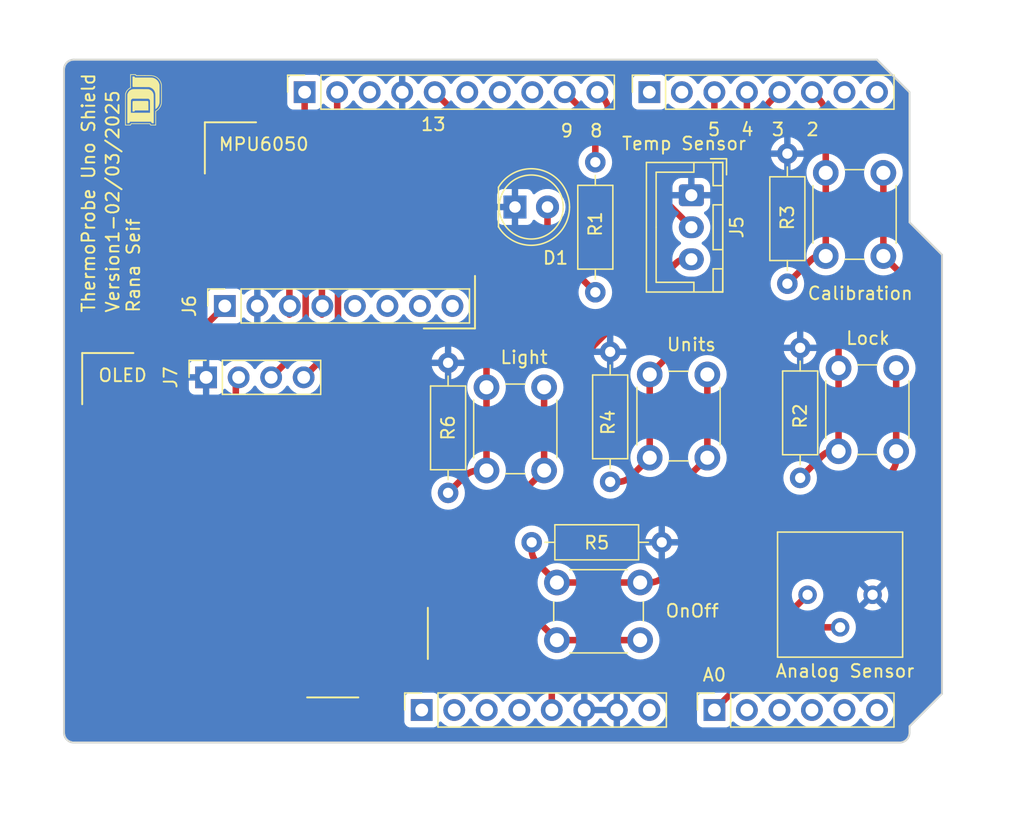
<source format=kicad_pcb>
(kicad_pcb (version 20240108) (generator "pcbnew") (generator_version "8.0")
  (title_block (date "mar. 31 mars 2015"))
  (layers (0 "F.Cu" signal) (31 "B.Cu" signal) (34 "B.Paste" user) (35 "F.Paste" user) (36 "B.SilkS" user "B.Silkscreen") (37 "F.SilkS" user "F.Silkscreen") (38 "B.Mask" user) (39 "F.Mask" user) (44 "Edge.Cuts" user))
  (net 0 "")
  (net 1 "GND")
  (net 3 "+5V")
  (net 4 "/IOREF")
  (net 5 "Net-(D1-A)")
  (net 6 "/A1")
  (net 7 "/A2")
  (net 8 "/A3")
  (net 9 "/SDA{slash}A4")
  (net 10 "/SCL{slash}A5")
  (net 11 "/12")
  (net 12 "/AREF")
  (net 13 "/Temp_Sensor")
  (net 14 "/7")
  (net 15 "/*11")
  (net 16 "/*10")
  (net 17 "/LED_Backlight")
  (net 18 "/Temp_POT")
  (net 19 "/Button_OnOff")
  (net 20 "/Button_Lock")
  (net 21 "/TX{slash}1")
  (net 22 "/Button_Units")
  (net 23 "/RX{slash}0")
  (net 24 "+3V3")
  (net 25 "VCC")
  (net 26 "/~{RESET}")
  (net 27 "/I2C_SCL")
  (net 28 "/I2C_SDA")
  (net 33 "/Button_Cal")
  (net 34 "/Button_Light")
  (footprint "Connector_PinSocket_2.54mm:PinSocket_1x08_P2.54mm_Vertical" (layer "F.Cu") (at 127.94 97.46 90)
    (property "Reference" "J1" (hide yes))
    (property "Value" "Power")
    (pad "1" thru_hole rect (at 0 0 90) (size 1.7 1.7) (drill 1) (layers "*.Cu" "*.Mask"))
    (pad "2" thru_hole oval (at 0 2.54 90) (size 1.7 1.7) (drill 1) (layers "*.Cu" "*.Mask") (net 4 "/IOREF"))
    (pad "3" thru_hole oval (at 0 5.08 90) (size 1.7 1.7) (drill 1) (layers "*.Cu" "*.Mask") (net 26 "/~{RESET}"))
    (pad "4" thru_hole oval (at 0 7.62 90) (size 1.7 1.7) (drill 1) (layers "*.Cu" "*.Mask") (net 24 "+3V3"))
    (pad "5" thru_hole oval (at 0 10.16 90) (size 1.7 1.7) (drill 1) (layers "*.Cu" "*.Mask") (net 3 "+5V"))
    (pad "6" thru_hole oval (at 0 12.7 90) (size 1.7 1.7) (drill 1) (layers "*.Cu" "*.Mask") (net 1 "GND"))
    (pad "7" thru_hole oval (at 0 15.24 90) (size 1.7 1.7) (drill 1) (layers "*.Cu" "*.Mask") (net 1 "GND"))
    (pad "8" thru_hole oval (at 0 17.78 90) (size 1.7 1.7) (drill 1) (layers "*.Cu" "*.Mask") (net 25 "VCC"))
  )
  (footprint "Connector_PinSocket_2.54mm:PinSocket_1x06_P2.54mm_Vertical" (layer "F.Cu") (at 150.8 97.46 90)
    (property "Reference" "J3" (hide yes))
    (property "Value" "Analog")
    (pad "1" thru_hole rect (at 0 0 90) (size 1.7 1.7) (drill 1) (layers "*.Cu" "*.Mask") (net 18 "/Temp_POT"))
    (pad "2" thru_hole oval (at 0 2.54 90) (size 1.7 1.7) (drill 1) (layers "*.Cu" "*.Mask") (net 6 "/A1"))
    (pad "3" thru_hole oval (at 0 5.08 90) (size 1.7 1.7) (drill 1) (layers "*.Cu" "*.Mask") (net 7 "/A2"))
    (pad "4" thru_hole oval (at 0 7.62 90) (size 1.7 1.7) (drill 1) (layers "*.Cu" "*.Mask") (net 8 "/A3"))
    (pad "5" thru_hole oval (at 0 10.16 90) (size 1.7 1.7) (drill 1) (layers "*.Cu" "*.Mask") (net 9 "/SDA{slash}A4"))
    (pad "6" thru_hole oval (at 0 12.7 90) (size 1.7 1.7) (drill 1) (layers "*.Cu" "*.Mask") (net 10 "/SCL{slash}A5"))
  )
  (footprint "Connector_PinSocket_2.54mm:PinSocket_1x10_P2.54mm_Vertical" (layer "F.Cu") (at 118.796 49.2 90)
    (property "Reference" "J2" (hide yes))
    (property "Value" "Digital/PWM")
    (pad "1" thru_hole rect (at 0 0 90) (size 1.7 1.7) (drill 1) (layers "*.Cu" "*.Mask") (net 27 "/I2C_SCL"))
    (pad "2" thru_hole oval (at 0 2.54 90) (size 1.7 1.7) (drill 1) (layers "*.Cu" "*.Mask") (net 28 "/I2C_SDA"))
    (pad "3" thru_hole oval (at 0 5.08 90) (size 1.7 1.7) (drill 1) (layers "*.Cu" "*.Mask") (net 12 "/AREF"))
    (pad "4" thru_hole oval (at 0 7.62 90) (size 1.7 1.7) (drill 1) (layers "*.Cu" "*.Mask") (net 1 "GND"))
    (pad "5" thru_hole oval (at 0 10.16 90) (size 1.7 1.7) (drill 1) (layers "*.Cu" "*.Mask") (net 34 "/Button_Light"))
    (pad "6" thru_hole oval (at 0 12.7 90) (size 1.7 1.7) (drill 1) (layers "*.Cu" "*.Mask") (net 11 "/12"))
    (pad "7" thru_hole oval (at 0 15.24 90) (size 1.7 1.7) (drill 1) (layers "*.Cu" "*.Mask") (net 15 "/*11"))
    (pad "8" thru_hole oval (at 0 17.78 90) (size 1.7 1.7) (drill 1) (layers "*.Cu" "*.Mask") (net 16 "/*10"))
    (pad "9" thru_hole oval (at 0 20.32 90) (size 1.7 1.7) (drill 1) (layers "*.Cu" "*.Mask") (net 17 "/LED_Backlight"))
    (pad "10" thru_hole oval (at 0 22.86 90) (size 1.7 1.7) (drill 1) (layers "*.Cu" "*.Mask") (net 13 "/Temp_Sensor"))
  )
  (footprint "Connector_PinSocket_2.54mm:PinSocket_1x08_P2.54mm_Vertical" (layer "F.Cu") (at 145.72 49.2 90)
    (property "Reference" "J4" (hide yes))
    (property "Value" "Digital/PWM")
    (pad "1" thru_hole rect (at 0 0 90) (size 1.7 1.7) (drill 1) (layers "*.Cu" "*.Mask") (net 14 "/7"))
    (pad "2" thru_hole oval (at 0 2.54 90) (size 1.7 1.7) (drill 1) (layers "*.Cu" "*.Mask"))
    (pad "3" thru_hole oval (at 0 5.08 90) (size 1.7 1.7) (drill 1) (layers "*.Cu" "*.Mask") (net 22 "/Button_Units"))
    (pad "4" thru_hole oval (at 0 7.62 90) (size 1.7 1.7) (drill 1) (layers "*.Cu" "*.Mask") (net 19 "/Button_OnOff"))
    (pad "5" thru_hole oval (at 0 10.16 90) (size 1.7 1.7) (drill 1) (layers "*.Cu" "*.Mask") (net 20 "/Button_Lock"))
    (pad "6" thru_hole oval (at 0 12.7 90) (size 1.7 1.7) (drill 1) (layers "*.Cu" "*.Mask") (net 33 "/Button_Cal"))
    (pad "7" thru_hole oval (at 0 15.24 90) (size 1.7 1.7) (drill 1) (layers "*.Cu" "*.Mask") (net 21 "/TX{slash}1"))
    (pad "8" thru_hole oval (at 0 17.78 90) (size 1.7 1.7) (drill 1) (layers "*.Cu" "*.Mask") (net 23 "/RX{slash}0"))
  )
  (footprint "Resistor_THT:R_Axial_DIN0207_L6.3mm_D2.5mm_P10.16mm_Horizontal" (layer "F.Cu") (at 130 80.5 90)
    (property "Reference" "R6" (at 5.08 0 90) (layer "F.SilkS"))
    (property "Value" "100k")
    (pad "1" thru_hole circle (at 0 0 90) (size 1.6 1.6) (drill 0.8) (layers "*.Cu" "*.Mask") (net 34 "/Button_Light"))
    (pad "2" thru_hole oval (at 10.16 0 90) (size 1.6 1.6) (drill 0.8) (layers "*.Cu" "*.Mask") (net 1 "GND"))
  )
  (footprint "Button_Switch_THT:SW_PUSH_6mm" (layer "F.Cu") (at 138.5 87.5)
    (property "Reference" "SW4" (hide yes))
    (property "Value" "SW_SPST" (hide yes))
    (pad "1" thru_hole circle (at 0 0 90) (size 2 2) (drill 1.1) (layers "*.Cu" "*.Mask") (net 19 "/Button_OnOff"))
    (pad "1" thru_hole circle (at 6.5 0 90) (size 2 2) (drill 1.1) (layers "*.Cu" "*.Mask") (net 19 "/Button_OnOff"))
    (pad "2" thru_hole circle (at 0 4.5 90) (size 2 2) (drill 1.1) (layers "*.Cu" "*.Mask") (net 3 "+5V"))
    (pad "2" thru_hole circle (at 6.5 4.5 90) (size 2 2) (drill 1.1) (layers "*.Cu" "*.Mask") (net 3 "+5V"))
  )
  (footprint "Resistor_THT:R_Axial_DIN0207_L6.3mm_D2.5mm_P10.16mm_Horizontal" (layer "F.Cu") (at 136.53 84.36)
    (property "Reference" "R5" (at 5.08 0.04 0) (layer "F.SilkS"))
    (property "Value" "100k")
    (pad "1" thru_hole circle (at 0 0) (size 1.6 1.6) (drill 0.8) (layers "*.Cu" "*.Mask") (net 19 "/Button_OnOff"))
    (pad "2" thru_hole oval (at 10.16 0) (size 1.6 1.6) (drill 0.8) (layers "*.Cu" "*.Mask") (net 1 "GND"))
  )
  (footprint "LOGO" (layer "F.Cu") (at 106.2 49.8 90)
    (property "Reference" "G***" (hide yes))
    (property "Value" "LOGO" (hide yes))
  )
  (footprint "Connector_JST:JST_XH_B3B-XH-A_1x03_P2.50mm_Vertical" (layer "F.Cu") (at 149 57.25 -90)
    (property "Reference" "J5" (at 2.5 -3.55 90) (layer "F.SilkS"))
    (property "Value" "Conn_Temp")
    (pad "1" thru_hole roundrect (at 0 0 270) (size 1.7 1.95) (drill 0.95) (layers "*.Cu" "*.Mask") (roundrect_rratio 0.147059) (net 1 "GND"))
    (pad "2" thru_hole oval (at 2.5 0 270) (size 1.7 1.95) (drill 0.95) (layers "*.Cu" "*.Mask") (net 13 "/Temp_Sensor"))
    (pad "3" thru_hole oval (at 5 0 270) (size 1.7 1.95) (drill 0.95) (layers "*.Cu" "*.Mask") (net 3 "+5V"))
  )
  (footprint "Resistor_THT:R_Axial_DIN0207_L6.3mm_D2.5mm_P10.16mm_Horizontal" (layer "F.Cu") (at 157.5 79.33 90)
    (property "Reference" "R2" (at 4.83 0 90) (layer "F.SilkS"))
    (property "Value" "100k")
    (pad "1" thru_hole circle (at 0 0 90) (size 1.6 1.6) (drill 0.8) (layers "*.Cu" "*.Mask") (net 20 "/Button_Lock"))
    (pad "2" thru_hole oval (at 10.16 0 90) (size 1.6 1.6) (drill 0.8) (layers "*.Cu" "*.Mask") (net 1 "GND"))
  )
  (footprint "Resistor_THT:R_Axial_DIN0207_L6.3mm_D2.5mm_P10.16mm_Horizontal" (layer "F.Cu") (at 142.66 79.64 90)
    (property "Reference" "R4" (at 4.64 -0.16 90) (layer "F.SilkS"))
    (property "Value" "100k")
    (pad "1" thru_hole circle (at 0 0 90) (size 1.6 1.6) (drill 0.8) (layers "*.Cu" "*.Mask") (net 22 "/Button_Units"))
    (pad "2" thru_hole oval (at 10.16 0 90) (size 1.6 1.6) (drill 0.8) (layers "*.Cu" "*.Mask") (net 1 "GND"))
  )
  (footprint "Resistor_THT:R_Axial_DIN0207_L6.3mm_D2.5mm_P10.16mm_Horizontal" (layer "F.Cu") (at 141.5 54.67 -90)
    (property "Reference" "R1" (at 4.83 0 90) (layer "F.SilkS"))
    (property "Value" "1k")
    (pad "1" thru_hole circle (at 0 0 270) (size 1.6 1.6) (drill 0.8) (layers "*.Cu" "*.Mask") (net 17 "/LED_Backlight"))
    (pad "2" thru_hole oval (at 10.16 0 270) (size 1.6 1.6) (drill 0.8) (layers "*.Cu" "*.Mask") (net 5 "Net-(D1-A)"))
  )
  (footprint "LED_THT:LED_D5.0mm" (layer "F.Cu") (at 135.225 58.17)
    (property "Reference" "D1" (at 3.165938 3.977071 0) (layer "F.SilkS"))
    (property "Value" "LED")
    (pad "1" thru_hole rect (at 0 0) (size 1.8 1.8) (drill 0.9) (layers "*.Cu" "*.Mask") (net 1 "GND"))
    (pad "2" thru_hole circle (at 2.54 0) (size 1.8 1.8) (drill 0.9) (layers "*.Cu" "*.Mask") (net 5 "Net-(D1-A)"))
  )
  (footprint "Connector_PinSocket_2.54mm:PinSocket_1x08_P2.54mm_Vertical" (layer "F.Cu") (at 112.56 65.9 90)
    (property "Reference" "J6" (at 0 -2.77 90) (layer "F.SilkS"))
    (property "Value" "Conn_Gyro")
    (pad "1" thru_hole rect (at 0 0 90) (size 1.7 1.7) (drill 1) (layers "*.Cu" "*.Mask") (net 3 "+5V"))
    (pad "2" thru_hole oval (at 0 2.54 90) (size 1.7 1.7) (drill 1) (layers "*.Cu" "*.Mask") (net 1 "GND"))
    (pad "3" thru_hole oval (at 0 5.08 90) (size 1.7 1.7) (drill 1) (layers "*.Cu" "*.Mask") (net 27 "/I2C_SCL"))
    (pad "4" thru_hole oval (at 0 7.62 90) (size 1.7 1.7) (drill 1) (layers "*.Cu" "*.Mask") (net 28 "/I2C_SDA"))
    (pad "5" thru_hole oval (at 0 10.16 90) (size 1.7 1.7) (drill 1) (layers "*.Cu" "*.Mask"))
    (pad "6" thru_hole oval (at 0 12.7 90) (size 1.7 1.7) (drill 1) (layers "*.Cu" "*.Mask"))
    (pad "7" thru_hole oval (at 0 15.24 90) (size 1.7 1.7) (drill 1) (layers "*.Cu" "*.Mask"))
    (pad "8" thru_hole oval (at 0 17.78 90) (size 1.7 1.7) (drill 1) (layers "*.Cu" "*.Mask"))
  )
  (footprint "Resistor_THT:R_Axial_DIN0207_L6.3mm_D2.5mm_P10.16mm_Horizontal" (layer "F.Cu") (at 156.5 64.16 90)
    (property "Reference" "R3" (at 5.16 0 90) (layer "F.SilkS"))
    (property "Value" "100k")
    (pad "1" thru_hole circle (at 0 0 90) (size 1.6 1.6) (drill 0.8) (layers "*.Cu" "*.Mask") (net 33 "/Button_Cal"))
    (pad "2" thru_hole oval (at 10.16 0 90) (size 1.6 1.6) (drill 0.8) (layers "*.Cu" "*.Mask") (net 1 "GND"))
  )
  (footprint "Button_Switch_THT:SW_PUSH_6mm" (layer "F.Cu") (at 159.5 62 90)
    (property "Reference" "SW2" (hide yes))
    (property "Value" "SW_SPST" (hide yes))
    (pad "1" thru_hole circle (at 0 0 180) (size 2 2) (drill 1.1) (layers "*.Cu" "*.Mask") (net 33 "/Button_Cal"))
    (pad "1" thru_hole circle (at 6.5 0 180) (size 2 2) (drill 1.1) (layers "*.Cu" "*.Mask") (net 33 "/Button_Cal"))
    (pad "2" thru_hole circle (at 0 4.5 180) (size 2 2) (drill 1.1) (layers "*.Cu" "*.Mask") (net 3 "+5V"))
    (pad "2" thru_hole circle (at 6.5 4.5 180) (size 2 2) (drill 1.1) (layers "*.Cu" "*.Mask") (net 3 "+5V"))
  )
  (footprint "Button_Switch_THT:SW_PUSH_6mm" (layer "F.Cu") (at 133 78.75 90)
    (property "Reference" "SW5" (hide yes))
    (property "Value" "SW_SPST" (hide yes))
    (pad "1" thru_hole circle (at 0 0 180) (size 2 2) (drill 1.1) (layers "*.Cu" "*.Mask") (net 34 "/Button_Light"))
    (pad "1" thru_hole circle (at 6.5 0 180) (size 2 2) (drill 1.1) (layers "*.Cu" "*.Mask") (net 34 "/Button_Light"))
    (pad "2" thru_hole circle (at 0 4.5 180) (size 2 2) (drill 1.1) (layers "*.Cu" "*.Mask") (net 3 "+5V"))
    (pad "2" thru_hole circle (at 6.5 4.5 180) (size 2 2) (drill 1.1) (layers "*.Cu" "*.Mask") (net 3 "+5V"))
  )
  (footprint "Button_Switch_THT:SW_PUSH_6mm" (layer "F.Cu") (at 145.75 77.75 90)
    (property "Reference" "SW3" (hide yes))
    (property "Value" "SW_SPST" (hide yes))
    (pad "1" thru_hole circle (at 0 0 180) (size 2 2) (drill 1.1) (layers "*.Cu" "*.Mask") (net 22 "/Button_Units"))
    (pad "1" thru_hole circle (at 6.5 0 180) (size 2 2) (drill 1.1) (layers "*.Cu" "*.Mask") (net 22 "/Button_Units"))
    (pad "2" thru_hole circle (at 0 4.5 180) (size 2 2) (drill 1.1) (layers "*.Cu" "*.Mask") (net 3 "+5V"))
    (pad "2" thru_hole circle (at 6.5 4.5 180) (size 2 2) (drill 1.1) (layers "*.Cu" "*.Mask") (net 3 "+5V"))
  )
  (footprint "Button_Switch_THT:SW_PUSH_6mm" (layer "F.Cu") (at 160.5 77.25 90)
    (property "Reference" "SW1" (hide yes))
    (property "Value" "SW_SPST" (hide yes))
    (pad "1" thru_hole circle (at 0 0 180) (size 2 2) (drill 1.1) (layers "*.Cu" "*.Mask") (net 20 "/Button_Lock"))
    (pad "1" thru_hole circle (at 6.5 0 180) (size 2 2) (drill 1.1) (layers "*.Cu" "*.Mask") (net 20 "/Button_Lock"))
    (pad "2" thru_hole circle (at 0 4.5 180) (size 2 2) (drill 1.1) (layers "*.Cu" "*.Mask") (net 3 "+5V"))
    (pad "2" thru_hole circle (at 6.5 4.5 180) (size 2 2) (drill 1.1) (layers "*.Cu" "*.Mask") (net 3 "+5V"))
  )
  (footprint "Connector_PinSocket_2.54mm:PinSocket_1x04_P2.54mm_Vertical" (layer "F.Cu") (at 111.1 71.475 90)
    (property "Reference" "J7" (at 0 -2.77 90) (layer "F.SilkS"))
    (property "Value" "Conn_Display")
    (pad "1" thru_hole rect (at 0 0 90) (size 1.7 1.7) (drill 1) (layers "*.Cu" "*.Mask") (net 1 "GND"))
    (pad "2" thru_hole oval (at 0 2.54 90) (size 1.7 1.7) (drill 1) (layers "*.Cu" "*.Mask") (net 3 "+5V"))
    (pad "3" thru_hole oval (at 0 5.08 90) (size 1.7 1.7) (drill 1) (layers "*.Cu" "*.Mask") (net 27 "/I2C_SCL"))
    (pad "4" thru_hole oval (at 0 7.62 90) (size 1.7 1.7) (drill 1) (layers "*.Cu" "*.Mask") (net 28 "/I2C_SDA"))
  )
  (footprint "Potentiometer_THT:Potentiometer_Bourns_3386P_Vertical" (layer "F.Cu") (at 158.08 88.46 -90)
    (property "Reference" "RV1" (hide yes))
    (property "Value" "10k")
    (pad "1" thru_hole circle (at 0 0 270) (size 1.44 1.44) (drill 0.8) (layers "*.Cu" "*.Mask") (net 3 "+5V"))
    (pad "2" thru_hole circle (at 2.54 -2.54 270) (size 1.44 1.44) (drill 0.8) (layers "*.Cu" "*.Mask") (net 18 "/Temp_POT"))
    (pad "3" thru_hole circle (at 0 -5.08 270) (size 1.44 1.44) (drill 0.8) (layers "*.Cu" "*.Mask") (net 1 "GND"))
  )
  (gr_line (start 101.42 69.575) (end 105.42 69.575) (stroke (width 0.15)) (layer "F.SilkS"))
  (gr_line (start 111.00175 51.5535) (end 111.00175 55.5535) (stroke (width 0.15)) (layer "F.SilkS"))
  (gr_line (start 132.10175 67.6535) (end 132.10175 63.5535) (stroke (width 0.15)) (layer "F.SilkS"))
  (gr_line (start 128.42 93.475) (end 128.42 89.475) (stroke (width 0.15)) (layer "F.SilkS"))
  (gr_line (start 132.10175 67.6535) (end 128.10175 67.6535) (stroke (width 0.15)) (layer "F.SilkS"))
  (gr_line (start 101.42 69.575) (end 101.42 73.575) (stroke (width 0.15)) (layer "F.SilkS"))
  (gr_line (start 118.99 96.475) (end 122.99 96.475) (stroke (width 0.15)) (layer "F.SilkS"))
  (gr_line (start 111.00175 51.5535) (end 115.00175 51.5535) (stroke (width 0.15)) (layer "F.SilkS"))
  (gr_line (start 166.04 59.36) (end 168.58 61.9) (stroke (width 0.15)) (layer "Edge.Cuts"))
  (gr_line (start 100 99.238) (end 100 47.422) (stroke (width 0.15)) (layer "Edge.Cuts"))
  (gr_line (start 168.58 61.9) (end 168.58 96.19) (stroke (width 0.15)) (layer "Edge.Cuts"))
  (gr_line (start 165.278 100) (end 100.762 100) (stroke (width 0.15)) (layer "Edge.Cuts"))
  (gr_line (start 100.762 46.66) (end 163.5 46.66) (stroke (width 0.15)) (layer "Edge.Cuts"))
  (gr_arc (start 100.762 100) (mid 100.223185 99.776815) (end 100 99.238) (stroke (width 0.15)) (layer "Edge.Cuts"))
  (gr_line (start 168.58 96.19) (end 166.04 98.73) (stroke (width 0.15)) (layer "Edge.Cuts"))
  (gr_line (start 163.5 46.66) (end 166.04 49.2) (stroke (width 0.15)) (layer "Edge.Cuts"))
  (gr_arc (start 166.04 99.238) (mid 165.816815 99.776815) (end 165.278 100) (stroke (width 0.15)) (layer "Edge.Cuts"))
  (gr_line (start 166.04 49.2) (end 166.04 59.36) (stroke (width 0.15)) (layer "Edge.Cuts"))
  (gr_line (start 166.04 98.73) (end 166.04 99.238) (stroke (width 0.15)) (layer "Edge.Cuts"))
  (gr_arc (start 100 47.422) (mid 100.223185 46.883185) (end 100.762 46.66) (stroke (width 0.15)) (layer "Edge.Cuts"))
  (gr_text "OnOff" (at 146.9 90.3 0) (layer "F.SilkS") (effects (font (size 1 1)) (justify left bottom)))
  (gr_text "Temp Sensor" (at 143.5 53.8 0) (layer "F.SilkS") (effects (font (size 1 1)) (justify left bottom)))
  (gr_text "5" (at 150.2 52.7 0) (layer "F.SilkS") (effects (font (size 1 1)) (justify left bottom)))
  (gr_text "Analog Sensor" (at 155.5 95 0) (layer "F.SilkS") (effects (font (size 1 1)) (justify left bottom)))
  (gr_text "9" (at 138.7 52.8 0) (layer "F.SilkS") (effects (font (size 1 1)) (justify left bottom)))
  (gr_text "8" (at 141 52.8 0) (layer "F.SilkS") (effects (font (size 1 1)) (justify left bottom)))
  (gr_text "A0" (at 149.8 95.3 0) (layer "F.SilkS") (effects (font (size 1 1)) (justify left bottom)))
  (gr_text "Units" (at 147 69.5 0) (layer "F.SilkS") (effects (font (size 1 1)) (justify left bottom)))
  (gr_text "2" (at 157.9 52.7 0) (layer "F.SilkS") (effects (font (size 1 1)) (justify left bottom)))
  (gr_text "Light" (at 134 70.5 0) (layer "F.SilkS") (effects (font (size 1 1)) (justify left bottom)))
  (gr_text "3" (at 155.2 52.7 0) (layer "F.SilkS") (effects (font (size 1 1)) (justify left bottom)))
  (gr_text "Calibration" (at 158 65.5 0) (layer "F.SilkS") (effects (font (size 1 1)) (justify left bottom)))
  (gr_text "MPU6050" (at 112.00175 53.8535 0) (layer "F.SilkS") (effects (font (size 1 1)) (justify left bottom)))
  (gr_text "4" (at 152.8 52.7 0) (layer "F.SilkS") (effects (font (size 1 1)) (justify left bottom)))
  (gr_text "ThermoProbe Uno Shield" (at 102.5 66.5 90) (layer "F.SilkS") (effects (font (size 1 1)) (justify left bottom)))
  (gr_text "OLED" (at 102.6 71.9 0) (layer "F.SilkS") (effects (font (size 1 1)) (justify left bottom)))
  (gr_text "Lock" (at 161 69 0) (layer "F.SilkS") (effects (font (size 1 1)) (justify left bottom)))
  (gr_text "Version1-02/03/2025\nRana Seif" (at 106 66.5 90) (layer "F.SilkS") (effects (font (size 1 1)) (justify left bottom)))
  (gr_text "13" (at 127.8 52.3 0) (layer "F.SilkS") (effects (font (size 1 1)) (justify left bottom)))
  (segment (start 159.880086 82) (end 165.292893 82) (width 0.508) (layer "F.Cu") (net 3))
  (segment (start 129.125 86.5) (end 127.875 86.5) (width 0.508) (layer "F.Cu") (net 3))
  (segment (start 151.5 88.753963) (end 151.5 90.104953) (width 0.508) (layer "F.Cu") (net 3))
  (segment (start 144.371036 81.375) (end 136.585786 81.375) (width 0.508) (layer "F.Cu") (net 3))
  (segment (start 137.5 78.75) (end 133.770145 82.479854) (width 0.508) (layer "F.Cu") (net 3))
  (segment (start 137.5 78.75) (end 137.5 72.25) (width 0.508) (layer "F.Cu") (net 3))
  (segment (start 133.770145 82.479854) (end 132.65533 83.594669) (width 0.508) (layer "F.Cu") (net 3))
  (segment (start 113.42 76.266982) (end 113.42 76.533018) (width 0.508) (layer "F.Cu") (net 3))
  (segment (start 139.499827 94.68) (end 148.66 94.68) (width 0.508) (layer "F.Cu") (net 3))
  (segment (start 148.218792 79.781207) (end 150.25 77.75) (width 0.508) (layer "F.Cu") (net 3))
  (segment (start 113.42 76.266982) (end 113.42 70.9) (width 0.508) (layer "F.Cu") (net 3))
  (segment (start 115.013792 80.513792) (end 119.939339 85.439339) (width 0.508) (layer "F.Cu") (net 3))
  (segment (start 138.5 92) (end 145 92) (width 0.508) (layer "F.Cu") (net 3))
  (segment (start 130.469669 88.469669) (end 128.941941 86.941941) (width 0.508) (layer "F.Cu") (net 3))
  (segment (start 125.645 86.5) (end 126.285 86.5) (width 0.508) (layer "F.Cu") (net 3))
  (segment (start 112.66 74.86) (end 113.144228 75.344228) (width 0.508) (layer "F.Cu") (net 3))
  (segment (start 138.509999 95.089999) (end 138.418198 95.181801) (width 0.508) (layer "F.Cu") (net 3))
  (segment (start 138.1 95.95) (end 138.1 95.05) (width 0.508) (layer "F.Cu") (net 3))
  (segment (start 164 62) (end 165.5 63.5) (width 0.508) (layer "F.Cu") (net 3))
  (segment (start 140 77.960786) (end 140 72.620539) (width 0.508) (layer "F.Cu") (net 3))
  (segment (start 132.65533 86.15533) (end 138.5 92) (width 0.508) (layer "F.Cu") (net 3))
  (segment (start 137.781801 94.281801) (end 133.03033 89.53033) (width 0.508) (layer "F.Cu") (net 3))
  (segment (start 150.18 94.68) (end 148.66 94.68) (width 0.508) (layer "F.Cu") (net 3))
  (segment (start 125.645 86.5) (end 125.215 86.5) (width 0.508) (layer "F.Cu") (net 3))
  (segment (start 136.4375 81.375) (end 136.585786 81.375) (width 0.508) (layer "F.Cu") (net 3))
  (segment (start 141.593792 68.772783) (end 147.804238 62.562337) (width 0.508) (layer "F.Cu") (net 3))
  (segment (start 113.42 76.666036) (end 113.42 76.533018) (width 0.508) (layer "F.Cu") (net 3))
  (segment (start 126.855 86.5) (end 127.14 86.5) (width 0.508) (layer "F.Cu") (net 3))
  (segment (start 153.093792 84.906207) (end 154.406206 83.593792) (width 0.508) (layer "F.Cu") (net 3))
  (segment (start 159.880086 82) (end 158.253963 82) (width 0.508) (layer "F.Cu") (net 3))
  (segment (start 130.191941 86.058058) (end 131.594669 84.65533) (width 0.508) (layer "F.Cu") (net 3))
  (segment (start 131.594669 84.65533) (end 132.65533 83.594669) (width 0.508) (layer "F.Cu") (net 3))
  (segment (start 167 67.12132) (end 167 80.292893) (width 0.508) (layer "F.Cu") (net 3))
  (segment (start 110.825197 74.1) (end 110.236396 74.1) (width 0.508) (layer "F.Cu") (net 3))
  (segment (start 109.916223 68.543776) (end 112.56 65.9) (width 0.508) (layer "F.Cu") (net 3))
  (segment (start 138.1 95.95) (end 138.1 97.46) (width 0.508) (layer "F.Cu") (net 3))
  (segment (start 162.645451 80.854548) (end 164.558058 78.941941) (width 0.508) (layer "F.Cu") (net 3))
  (segment (start 126.855 86.5) (end 126.285 86.5) (width 0.508) (layer "F.Cu") (net 3))
  (segment (start 150.16 93.34) (end 148.933137 94.566862) (width 0.508) (layer "F.Cu") (net 3))
  (segment (start 150.25 77.75) (end 150.25 71.25) (width 0.508) (layer "F.Cu") (net 3))
  (segment (start 125.215 86.5) (end 124.785 86.5) (width 0.508) (layer "F.Cu") (net 3))
  (segment (start 113.42 76.266982) (end 113.42 76.01) (width 0.508) (layer "F.Cu") (net 3))
  (segment (start 153.047939 93.49206) (end 158.08 88.46) (width 0.508) (layer "F.Cu") (net 3))
  (segment (start 124.785 86.5) (end 125.215 86.5) (width 0.508) (layer "F.Cu") (net 3))
  (segment (start 165 77.25) (end 165 70.75) (width 0.508) (layer "F.Cu") (net 3))
  (segment (start 125.215 86.5) (end 127.875 86.5) (width 0.508) (layer "F.Cu") (net 3))
  (segment (start 122.5 86.5) (end 124.785 86.5) (width 0.508) (layer "F.Cu") (net 3))
  (segment (start 164 62) (end 164 55.5) (width 0.508) (layer "F.Cu") (net 3))
  (segment (start 108.7 71.48) (end 108.7 72.563603) (width 0.508) (layer "F.Cu") (net 3))
  (arc (start 139.499827 94.68) (mid 138.964136 94.786555) (end 138.509999 95.089999) (width 0.508) (layer "F.Cu") (net 3))
  (arc (start 132.125 84.875) (mid 132.262828 85.567909) (end 132.65533 86.15533) (width 0.508) (layer "F.Cu") (net 3))
  (arc (start 108.7 72.563603) (mid 108.816951 73.151556) (end 109.15 73.65) (width 0.508) (layer "F.Cu") (net 3))
  (arc (start 138.1 95.95) (mid 138.182696 95.534253) (end 138.418198 95.181801) (width 0.508) (layer "F.Cu") (net 3))
  (arc (start 128.941941 86.941941) (mid 128.452424 86.614856) (end 127.875 86.5) (width 0.508) (layer "F.Cu") (net 3))
  (arc (start 166.5 81.5) (mid 166.870054 80.946174) (end 167 80.292893) (width 0.508) (layer "F.Cu") (net 3))
  (arc (start 109.916223 68.543776) (mid 109.016086 69.890927) (end 108.7 71.48) (width 0.508) (layer "F.Cu") (net 3))
  (arc (start 144.371036 81.375) (mid 146.453426 80.960786) (end 148.218792 79.781207) (width 0.508) (layer "F.Cu") (net 3))
  (arc (start 129.125 86.5) (mid 128.885822 86.659812) (end 128.941941 86.941941) (width 0.508) (layer "F.Cu") (net 3))
  (arc (start 109.15 73.65) (mid 109.648442 73.983048) (end 110.236396 74.1) (width 0.508) (layer "F.Cu") (net 3))
  (arc (start 167 67.12132) (mid 166.610162 65.161475) (end 165.5 63.5) (width 0.508) (layer "F.Cu") (net 3))
  (arc (start 164.558058 78.941941) (mid 164.885143 78.452424) (end 165 77.875) (width 0.508) (layer "F.Cu") (net 3))
  (arc (start 136.585786 81.375) (mid 137.892349 81.115108) (end 139 80.375) (width 0.508) (layer "F.Cu") (net 3))
  (arc (start 165.292893 82) (mid 165.946174 81.870054) (end 166.5 81.5) (width 0.508) (layer "F.Cu") (net 3))
  (arc (start 138.418198 95.181801) (mid 138.215065 95.222207) (end 138.1 95.05) (width 0.508) (layer "F.Cu") (net 3))
  (arc (start 140 72.620539) (mid 140.414213 70.538148) (end 141.593792 68.772783) (width 0.508) (layer "F.Cu") (net 3))
  (arc (start 154.406206 83.593792) (mid 156.171572 82.414213) (end 158.253963 82) (width 0.508) (layer "F.Cu") (net 3))
  (arc (start 133.770145 82.479854) (mid 134.993938 81.662142) (end 136.4375 81.375) (width 0.508) (layer "F.Cu") (net 3))
  (arc (start 140 77.960786) (mid 139.740108 79.267349) (end 139 80.375) (width 0.508) (layer "F.Cu") (net 3))
  (arc (start 137.781801 94.281801) (mid 138.017302 94.634253) (end 138.1 95.05) (width 0.508) (layer "F.Cu") (net 3))
  (arc (start 132.65533 83.594669) (mid 132.262828 84.18209) (end 132.125 84.875) (width 0.508) (layer "F.Cu") (net 3))
  (arc (start 112.66 74.86) (mid 111.818185 74.297517) (end 110.825197 74.1) (width 0.508) (layer "F.Cu") (net 3))
  (arc (start 151.5 90.104953) (mid 151.151745 91.855747) (end 150.16 93.34) (width 0.508) (layer "F.Cu") (net 3))
  (arc (start 133.03033 89.53033) (mid 132.442909 89.137828) (end 131.75 89) (width 0.508) (layer "F.Cu") (net 3))
  (arc (start 148.933137 94.566862) (mid 148.80782 94.650596) (end 148.66 94.68) (width 0.508) (layer "F.Cu") (net 3))
  (arc (start 122.5 86.5) (mid 121.11418 86.224343) (end 119.939339 85.439339) (width 0.508) (layer "F.Cu") (net 3))
  (arc (start 147.804238 62.562337) (mid 148.150199 62.331173) (end 148.558288 62.25) (width 0.508) (layer "F.Cu") (net 3))
  (arc (start 131.594669 84.65533) (mid 131.933223 84.587987) (end 132.125 84.875) (width 0.508) (layer "F.Cu") (net 3))
  (arc (start 159.880086 82) (mid 161.376691 81.702306) (end 162.645451 80.854548) (width 0.508) (layer "F.Cu") (net 3))
  (arc (start 153.093792 84.906207) (mid 151.914213 86.671572) (end 151.5 88.753963) (width 0.508) (layer "F.Cu") (net 3))
  (arc (start 113.42 76.666036) (mid 113.834213 78.748426) (end 115.013792 80.513792) (width 0.508) (layer "F.Cu") (net 3))
  (arc (start 113.144228 75.344228) (mid 113.348329 75.649686) (end 113.42 76.01) (width 0.508) (layer "F.Cu") (net 3))
  (arc (start 129.125 86.5) (mid 129.702424 86.385143) (end 130.191941 86.058058) (width 0.508) (layer "F.Cu") (net 3))
  (arc (start 153.047939 93.49206) (mid 151.732117 94.371264) (end 150.18 94.68) (width 0.508) (layer "F.Cu") (net 3))
  (arc (start 130.469669 88.469669) (mid 131.05709 88.862171) (end 131.75 89) (width 0.508) (layer "F.Cu") (net 3))
  (segment (start 138.799143 62.129143) (end 141.5 64.83) (width 0.508) (layer "F.Cu") (net 5))
  (segment (start 137.765 59.6325) (end 137.765 58.17) (width 0.508) (layer "F.Cu") (net 5))
  (arc (start 137.765 59.6325) (mid 138.033765 60.983673) (end 138.799143 62.129143) (width 0.508) (layer "F.Cu") (net 5))
  (segment (start 143.639492 54.389492) (end 149 59.75) (width 0.508) (layer "F.Cu") (net 13))
  (segment (start 142.081 49.625) (end 141.656 49.2) (width 0.508) (layer "F.Cu") (net 13))
  (segment (start 142.506 51.653) (end 142.506 50.65104) (width 0.508) (layer "F.Cu") (net 13))
  (arc (start 143.639492 54.389492) (mid 142.800584 53.133978) (end 142.506 51.653) (width 0.508) (layer "F.Cu") (net 13))
  (arc (start 142.081 49.625) (mid 142.395546 50.095751) (end 142.506 50.65104) (width 0.508) (layer "F.Cu") (net 13))
  (segment (start 140.408934 50.492934) (end 139.116 49.2) (width 0.508) (layer "F.Cu") (net 17))
  (segment (start 141.5 53.127) (end 141.5 54.67) (width 0.508) (layer "F.Cu") (net 17))
  (arc (start 140.408934 50.492934) (mid 141.216441 51.701453) (end 141.5 53.127) (width 0.508) (layer "F.Cu") (net 17))
  (segment (start 156.07206 92.187939) (end 150.8 97.46) (width 0.508) (layer "F.Cu") (net 18))
  (segment (start 158.94 91) (end 160.62 91) (width 0.508) (layer "F.Cu") (net 18))
  (arc (start 158.94 91) (mid 157.387882 91.308735) (end 156.07206 92.187939) (width 0.508) (layer "F.Cu") (net 18))
  (segment (start 146.914212 87) (end 151.746207 82.168005) (width 0.508) (layer "F.Cu") (net 19))
  (segment (start 136.53 84.945) (end 136.53 84.36) (width 0.508) (layer "F.Cu") (net 19))
  (segment (start 153.34 78.320249) (end 153.34 49.2) (width 0.508) (layer "F.Cu") (net 19))
  (segment (start 138.5 87.5) (end 144.292893 87.5) (width 0.508) (layer "F.Cu") (net 19))
  (segment (start 136.943657 85.943657) (end 138.5 87.5) (width 0.508) (layer "F.Cu") (net 19))
  (arc (start 136.53 84.945) (mid 136.637505 85.485469) (end 136.943657 85.943657) (width 0.508) (layer "F.Cu") (net 19))
  (arc (start 153.34 78.320249) (mid 152.925786 80.402639) (end 151.746207 82.168005) (width 0.508) (layer "F.Cu") (net 19))
  (arc (start 146.914212 87) (mid 146.360387 87.370054) (end 145.707106 87.5) (width 0.508) (layer "F.Cu") (net 19))
  (segment (start 160.5 68.736396) (end 160.5 70.75) (width 0.508) (layer "F.Cu") (net 20))
  (segment (start 154.5 63.956497) (end 154.5 51.555807) (width 0.508) (layer "F.Cu") (net 20))
  (segment (start 158.963603 67.2) (end 157.743502 67.2) (width 0.508) (layer "F.Cu") (net 20))
  (segment (start 160.5 76.79) (end 160.5 71.158288) (width 0.508) (layer "F.Cu") (net 20))
  (segment (start 159.25473 77.575269) (end 157.5 79.33) (width 0.508) (layer "F.Cu") (net 20))
  (segment (start 155.19 49.89) (end 155.88 49.2) (width 0.508) (layer "F.Cu") (net 20))
  (arc (start 160.05 67.65) (mid 159.551556 67.316951) (end 158.963603 67.2) (width 0.508) (layer "F.Cu") (net 20))
  (arc (start 159.25473 77.575269) (mid 159.615015 77.334534) (end 160.04 77.25) (width 0.508) (layer "F.Cu") (net 20))
  (arc (start 155.45 66.25) (mid 156.502267 66.953103) (end 157.743502 67.2) (width 0.508) (layer "F.Cu") (net 20))
  (arc (start 155.19 49.89) (mid 154.679325 50.654278) (end 154.5 51.555807) (width 0.508) (layer "F.Cu") (net 20))
  (arc (start 154.5 63.956497) (mid 154.746896 65.197731) (end 155.45 66.25) (width 0.508) (layer "F.Cu") (net 20))
  (arc (start 160.05 67.65) (mid 160.383048 68.148442) (end 160.5 68.736396) (width 0.508) (layer "F.Cu") (net 20))
  (segment (start 150.8 63.946036) (end 150.8 49.2) (width 0.508) (layer "F.Cu") (net 22))
  (segment (start 145.75 71.25) (end 149.206207 67.793792) (width 0.508) (layer "F.Cu") (net 22))
  (segment (start 145.75 77.75) (end 144.284264 79.215735) (width 0.508) (layer "F.Cu") (net 22))
  (segment (start 145.75 71.25) (end 145.75 77.75) (width 0.508) (layer "F.Cu") (net 22))
  (segment (start 143.26 79.64) (end 142.66 79.64) (width 0.508) (layer "F.Cu") (net 22))
  (arc (start 150.8 63.946036) (mid 150.385786 66.028426) (end 149.206207 67.793792) (width 0.508) (layer "F.Cu") (net 22))
  (arc (start 143.26 79.64) (mid 143.814327 79.529737) (end 144.284264 79.215735) (width 0.508) (layer "F.Cu") (net 22))
  (segment (start 118.2405 63.1405) (end 117.606767 62.506767) (width 0.508) (layer "F.Cu") (net 27))
  (segment (start 117.605 61.247164) (end 117.605 62.4975) (width 0.508) (layer "F.Cu") (net 27))
  (segment (start 117.605 62.5025) (end 117.605 66.575) (width 0.508) (layer "F.Cu") (net 27))
  (segment (start 117.605 62.4975) (end 117.605 62.5025) (width 0.508) (layer "F.Cu") (net 27))
  (segment (start 118.796 58.371835) (end 118.796 49.2) (width 0.508) (layer "F.Cu") (net 27))
  (segment (start 117.605 62.5025) (end 117.605 62.4975) (width 0.508) (layer "F.Cu") (net 27))
  (segment (start 118.876 64.674732) (end 118.876 66.87264) (width 0.508) (layer "F.Cu") (net 27))
  (segment (start 117.528 70.127) (end 116.18 71.475) (width 0.508) (layer "F.Cu") (net 27))
  (arc (start 117.605 62.5025) (mid 117.605459 62.504809) (end 117.606767 62.506767) (width 0.508) (layer "F.Cu") (net 27))
  (arc (start 118.2005 59.8095) (mid 117.759765 60.469105) (end 117.605 61.247164) (width 0.508) (layer "F.Cu") (net 27))
  (arc (start 118.796 58.371835) (mid 118.641234 59.149893) (end 118.2005 59.8095) (width 0.508) (layer "F.Cu") (net 27))
  (arc (start 118.876 66.87264) (mid 118.525666 68.633886) (end 117.528 70.127) (width 0.508) (layer "F.Cu") (net 27))
  (arc (start 118.2405 63.1405) (mid 118.710838 63.844411) (end 118.876 64.674732) (width 0.508) (layer "F.Cu") (net 27))
  (segment (start 121.4 66.899953) (end 121.4 64.842419) (width 0.508) (layer "F.Cu") (net 28))
  (segment (start 120.145 63.587419) (end 120.145 66.575) (width 0.508) (layer "F.Cu") (net 28))
  (segment (start 120.145 61.497164) (end 120.145 61.81258) (width 0.508) (layer "F.Cu") (net 28))
  (segment (start 121.336 58.621835) (end 121.336 49.2) (width 0.508) (layer "F.Cu") (net 28))
  (segment (start 120.145 63.587419) (end 120.145 61.81258) (width 0.508) (layer "F.Cu") (net 28))
  (segment (start 120.06 70.135) (end 118.72 71.475) (width 0.508) (layer "F.Cu") (net 28))
  (arc (start 120.145 61.81258) (mid 120.308081 62.632448) (end 120.7725 63.3275) (width 0.508) (layer "F.Cu") (net 28))
  (arc (start 121.336 58.621835) (mid 121.181234 59.399893) (end 120.7405 60.0595) (width 0.508) (layer "F.Cu") (net 28))
  (arc (start 120.7725 63.3275) (mid 121.236918 64.02255) (end 121.4 64.842419) (width 0.508) (layer "F.Cu") (net 28))
  (arc (start 121.4 66.899953) (mid 121.051745 68.650747) (end 120.06 70.135) (width 0.508) (layer "F.Cu") (net 28))
  (arc (start 120.7725 63.3275) (mid 120.371913 63.247818) (end 120.145 63.587419) (width 0.508) (layer "F.Cu") (net 28))
  (arc (start 120.7405 60.0595) (mid 120.299765 60.719105) (end 120.145 61.497164) (width 0.508) (layer "F.Cu") (net 28))
  (segment (start 159.5 55.5) (end 159.5 61.58) (width 0.508) (layer "F.Cu") (net 33))
  (segment (start 158.96 49.74) (end 158.42 49.2) (width 0.508) (layer "F.Cu") (net 33))
  (segment (start 158.363015 62.296984) (end 156.5 64.16) (width 0.508) (layer "F.Cu") (net 33))
  (segment (start 159.5 51.043675) (end 159.5 55.5) (width 0.508) (layer "F.Cu") (net 33))
  (arc (start 158.363015 62.296984) (mid 158.69197 62.077183) (end 159.08 62) (width 0.508) (layer "F.Cu") (net 33))
  (arc (start 159.5 51.043675) (mid 159.359658 50.338131) (end 158.96 49.74) (width 0.508) (layer "F.Cu") (net 33))
  (segment (start 131.406207 51.650207) (end 128.956 49.2) (width 0.508) (layer "F.Cu") (net 34))
  (segment (start 131.308058 79.191941) (end 130 80.5) (width 0.508) (layer "F.Cu") (net 34))
  (segment (start 133 72.25) (end 133 78.125) (width 0.508) (layer "F.Cu") (net 34))
  (segment (start 133 72.25) (end 133 55.497963) (width 0.508) (layer "F.Cu") (net 34))
  (arc (start 131.308058 79.191941) (mid 131.797575 78.864856) (end 132.375 78.75) (width 0.508) (layer "F.Cu") (net 34))
  (arc (start 131.406207 51.650207) (mid 132.585786 53.415572) (end 133 55.497963) (width 0.508) (layer "F.Cu") (net 34))
  (zone (net 1) (net_name "GND") (layer "B.Cu") (connect_pads (clearance 0.508)) (min_thickness 0.25) (fill yes (thermal_gap 0.5) (thermal_bridge_width 0.5))
    (polygon (pts (xy 95 42) (xy 174 42) (xy 175 105.5) (xy 95 106)))
  )
)
</source>
